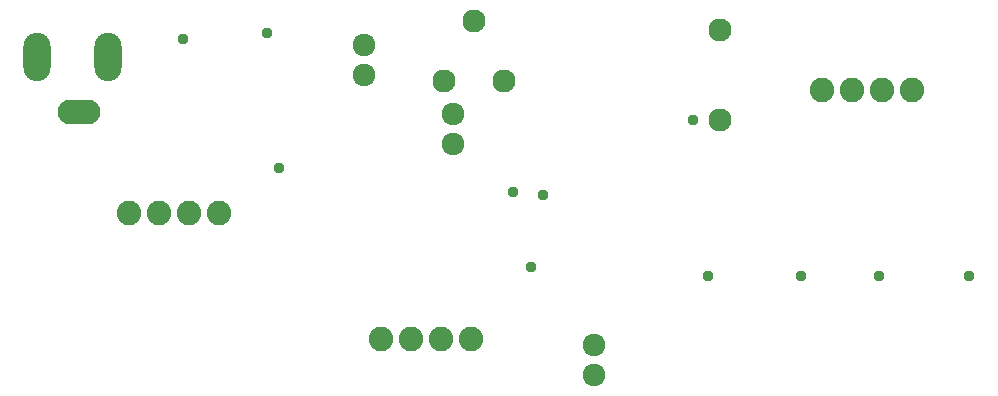
<source format=gbs>
G04*
G04 #@! TF.GenerationSoftware,Altium Limited,Altium Designer,24.1.2 (44)*
G04*
G04 Layer_Color=16711935*
%FSLAX44Y44*%
%MOMM*%
G71*
G04*
G04 #@! TF.SameCoordinates,F52A13A3-DB3F-44E1-B1C3-80E51AC4D0DF*
G04*
G04*
G04 #@! TF.FilePolarity,Negative*
G04*
G01*
G75*
%ADD24C,0.0000*%
%ADD30C,1.9248*%
%ADD31C,2.0828*%
%ADD32C,1.9558*%
%ADD33O,2.3048X4.1048*%
%ADD34O,3.6048X2.1048*%
%ADD35C,0.9398*%
D24*
X559791Y215900D02*
G03*
X559791Y215900I-8611J0D01*
G01*
Y190500D02*
G03*
X559791Y190500I-8611J0D01*
G01*
X440411Y386080D02*
G03*
X440411Y386080I-8611J0D01*
G01*
Y411480D02*
G03*
X440411Y411480I-8611J0D01*
G01*
X365481Y444500D02*
G03*
X365481Y444500I-8611J0D01*
G01*
Y469900D02*
G03*
X365481Y469900I-8611J0D01*
G01*
D30*
X551180Y215900D02*
D03*
Y190500D02*
D03*
X431800Y386080D02*
D03*
Y411480D02*
D03*
X356870Y444500D02*
D03*
Y469900D02*
D03*
D31*
X421640Y220980D02*
D03*
X447040D02*
D03*
X370840D02*
D03*
X396240D02*
D03*
X795020Y431800D02*
D03*
X820420D02*
D03*
X744220D02*
D03*
X769620D02*
D03*
X208280Y327660D02*
D03*
X233680D02*
D03*
X157480D02*
D03*
X182880D02*
D03*
D32*
X424180Y439420D02*
D03*
X474980D02*
D03*
X449580Y490220D02*
D03*
X657860Y482600D02*
D03*
Y406400D02*
D03*
D33*
X140010Y459740D02*
D03*
X80010D02*
D03*
D34*
X115010Y413240D02*
D03*
D35*
X635000Y406400D02*
D03*
X482600Y345440D02*
D03*
X508000Y342900D02*
D03*
X497840Y281940D02*
D03*
X647700Y274320D02*
D03*
X868680D02*
D03*
X792480D02*
D03*
X726440D02*
D03*
X284480Y365760D02*
D03*
X274320Y480060D02*
D03*
X203200Y474980D02*
D03*
M02*

</source>
